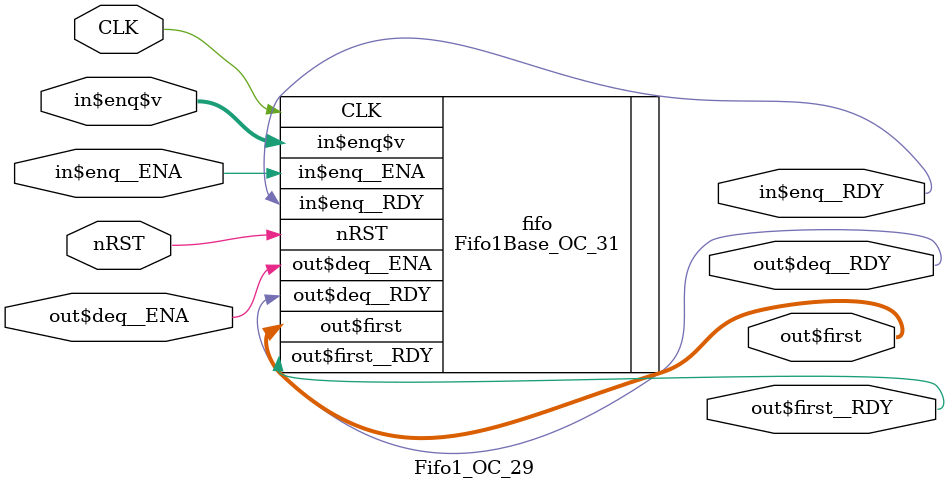
<source format=v>
`include "zynqTop.generated.vh"

`default_nettype none
module Fifo1_OC_29 (input wire CLK, input wire nRST,
    input wire in$enq__ENA,
    input wire [37:0]in$enq$v,
    output wire in$enq__RDY,
    input wire out$deq__ENA,
    output wire out$deq__RDY,
    output wire [37:0]out$first,
    output wire out$first__RDY);
    Fifo1Base_OC_31 fifo (.CLK(CLK), .nRST(nRST),
        .in$enq__ENA(in$enq__ENA),
        .in$enq$v(in$enq$v),
        .in$enq__RDY(in$enq__RDY),
        .out$deq__ENA(out$deq__ENA),
        .out$deq__RDY(out$deq__RDY),
        .out$first(out$first),
        .out$first__RDY(out$first__RDY));
endmodule 

`default_nettype wire    // set back to default value

</source>
